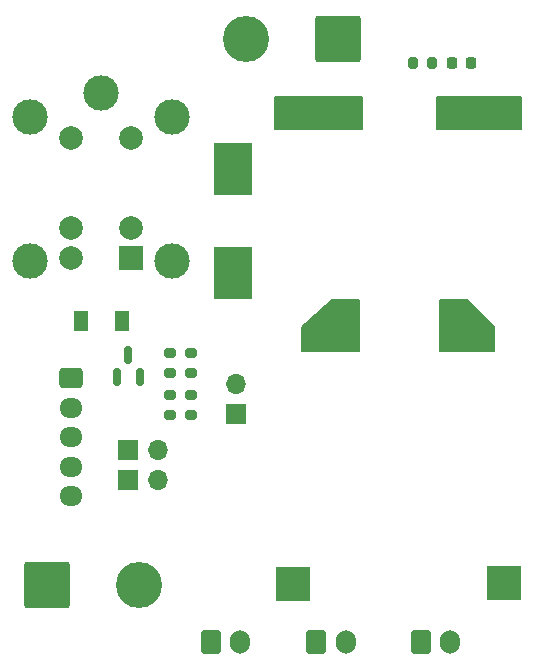
<source format=gbr>
%TF.GenerationSoftware,KiCad,Pcbnew,(6.0.9)*%
%TF.CreationDate,2023-01-11T14:50:55+09:00*%
%TF.ProjectId,rasp_power_module,72617370-5f70-46f7-9765-725f6d6f6475,rev?*%
%TF.SameCoordinates,PX74079d0PY6f2f610*%
%TF.FileFunction,Soldermask,Top*%
%TF.FilePolarity,Negative*%
%FSLAX46Y46*%
G04 Gerber Fmt 4.6, Leading zero omitted, Abs format (unit mm)*
G04 Created by KiCad (PCBNEW (6.0.9)) date 2023-01-11 14:50:55*
%MOMM*%
%LPD*%
G01*
G04 APERTURE LIST*
G04 Aperture macros list*
%AMRoundRect*
0 Rectangle with rounded corners*
0 $1 Rounding radius*
0 $2 $3 $4 $5 $6 $7 $8 $9 X,Y pos of 4 corners*
0 Add a 4 corners polygon primitive as box body*
4,1,4,$2,$3,$4,$5,$6,$7,$8,$9,$2,$3,0*
0 Add four circle primitives for the rounded corners*
1,1,$1+$1,$2,$3*
1,1,$1+$1,$4,$5*
1,1,$1+$1,$6,$7*
1,1,$1+$1,$8,$9*
0 Add four rect primitives between the rounded corners*
20,1,$1+$1,$2,$3,$4,$5,0*
20,1,$1+$1,$4,$5,$6,$7,0*
20,1,$1+$1,$6,$7,$8,$9,0*
20,1,$1+$1,$8,$9,$2,$3,0*%
G04 Aperture macros list end*
%ADD10C,0.200000*%
%ADD11C,0.150000*%
%ADD12C,1.524000*%
%ADD13RoundRect,0.200000X-0.275000X0.200000X-0.275000X-0.200000X0.275000X-0.200000X0.275000X0.200000X0*%
%ADD14R,3.000000X3.000000*%
%ADD15R,1.700000X1.700000*%
%ADD16O,1.700000X1.700000*%
%ADD17RoundRect,0.250002X-1.699998X-1.699998X1.699998X-1.699998X1.699998X1.699998X-1.699998X1.699998X0*%
%ADD18C,3.900000*%
%ADD19R,3.300000X4.500000*%
%ADD20R,2.000000X2.000000*%
%ADD21C,2.000000*%
%ADD22RoundRect,0.250000X-0.600000X-0.750000X0.600000X-0.750000X0.600000X0.750000X-0.600000X0.750000X0*%
%ADD23O,1.700000X2.000000*%
%ADD24RoundRect,0.200000X-0.200000X-0.275000X0.200000X-0.275000X0.200000X0.275000X-0.200000X0.275000X0*%
%ADD25RoundRect,0.218750X-0.218750X-0.256250X0.218750X-0.256250X0.218750X0.256250X-0.218750X0.256250X0*%
%ADD26RoundRect,0.250002X1.699998X1.699998X-1.699998X1.699998X-1.699998X-1.699998X1.699998X-1.699998X0*%
%ADD27RoundRect,0.150000X0.150000X-0.587500X0.150000X0.587500X-0.150000X0.587500X-0.150000X-0.587500X0*%
%ADD28C,3.000000*%
%ADD29R,1.300000X1.700000*%
%ADD30RoundRect,0.250000X-0.725000X0.600000X-0.725000X-0.600000X0.725000X-0.600000X0.725000X0.600000X0*%
%ADD31O,1.950000X1.700000*%
G04 APERTURE END LIST*
D10*
G36*
X29972000Y28702000D02*
G01*
X25146000Y28702000D01*
X25146000Y30734000D01*
X27686000Y33020000D01*
X29972000Y33020000D01*
X29972000Y28702000D01*
G37*
X29972000Y28702000D02*
X25146000Y28702000D01*
X25146000Y30734000D01*
X27686000Y33020000D01*
X29972000Y33020000D01*
X29972000Y28702000D01*
X36576000Y50191178D02*
X43688000Y50191178D01*
X43688000Y50191178D02*
X43688000Y47498000D01*
X43688000Y47498000D02*
X36576000Y47498000D01*
X36576000Y47498000D02*
X36576000Y50191178D01*
G36*
X36576000Y50191178D02*
G01*
X43688000Y50191178D01*
X43688000Y47498000D01*
X36576000Y47498000D01*
X36576000Y50191178D01*
G37*
D11*
X22860000Y50200577D02*
X30226000Y50200577D01*
X30226000Y50200577D02*
X30226000Y47498000D01*
X30226000Y47498000D02*
X22860000Y47498000D01*
X22860000Y47498000D02*
X22860000Y50200577D01*
G36*
X22860000Y50200577D02*
G01*
X30226000Y50200577D01*
X30226000Y47498000D01*
X22860000Y47498000D01*
X22860000Y50200577D01*
G37*
G36*
X41402000Y30734000D02*
G01*
X41402000Y28702000D01*
X36830000Y28702000D01*
X36830000Y33020000D01*
X39116000Y33020000D01*
X41402000Y30734000D01*
G37*
X41402000Y30734000D02*
X41402000Y28702000D01*
X36830000Y28702000D01*
X36830000Y33020000D01*
X39116000Y33020000D01*
X41402000Y30734000D01*
D12*
%TO.C,DCDC1*%
X40386000Y48768000D03*
X37846000Y48768000D03*
X28956000Y48768000D03*
X26399000Y48820000D03*
X40386000Y29718000D03*
X38100000Y29718000D03*
X28702000Y29770000D03*
X26374000Y29745000D03*
%TD*%
D13*
%TO.C,R1*%
X15748000Y28511000D03*
X15748000Y26861000D03*
%TD*%
D14*
%TO.C,DCDC2*%
X42201728Y48886917D03*
X24348890Y48878188D03*
X42196444Y9038827D03*
X24358217Y9029265D03*
%TD*%
D15*
%TO.C,JP1*%
X10414000Y20320000D03*
D16*
X12954000Y20320000D03*
%TD*%
D13*
%TO.C,R4*%
X15748000Y24955000D03*
X15748000Y23305000D03*
%TD*%
D17*
%TO.C,J5*%
X3556000Y8890000D03*
D18*
X11356000Y8890000D03*
%TD*%
D19*
%TO.C,D2*%
X19304000Y44151000D03*
X19304000Y35351000D03*
%TD*%
D13*
%TO.C,R2*%
X13970000Y28511000D03*
X13970000Y26861000D03*
%TD*%
D15*
%TO.C,J3*%
X19558000Y23368000D03*
D16*
X19558000Y25908000D03*
%TD*%
D20*
%TO.C,K1*%
X10668000Y36576000D03*
D21*
X10668000Y39116000D03*
X10668000Y46736000D03*
X5588000Y46736000D03*
X5588000Y39116000D03*
X5588000Y36576000D03*
%TD*%
D22*
%TO.C,J7*%
X17399000Y4064000D03*
D23*
X19899000Y4064000D03*
%TD*%
D24*
%TO.C,R5*%
X34481000Y53086000D03*
X36131000Y53086000D03*
%TD*%
D25*
%TO.C,D3*%
X37820500Y53086000D03*
X39395500Y53086000D03*
%TD*%
D26*
%TO.C,J1*%
X28194000Y55118000D03*
D18*
X20394000Y55118000D03*
%TD*%
D22*
%TO.C,J9*%
X35179000Y4064000D03*
D23*
X37679000Y4064000D03*
%TD*%
D22*
%TO.C,J8*%
X26309000Y4064000D03*
D23*
X28809000Y4064000D03*
%TD*%
D27*
%TO.C,Q1*%
X9464000Y26494500D03*
X11364000Y26494500D03*
X10414000Y28369500D03*
%TD*%
D15*
%TO.C,JP2*%
X10414000Y17780000D03*
D16*
X12954000Y17780000D03*
%TD*%
D28*
%TO.C,K2*%
X8128000Y50546000D03*
X14128000Y36346000D03*
X2128000Y36346000D03*
X2128000Y48546000D03*
X14128000Y48546000D03*
%TD*%
D29*
%TO.C,D1*%
X9878000Y31242000D03*
X6378000Y31242000D03*
%TD*%
D30*
%TO.C,J2*%
X5588000Y26416000D03*
D31*
X5588000Y23916000D03*
X5588000Y21416000D03*
X5588000Y18916000D03*
X5588000Y16416000D03*
%TD*%
D13*
%TO.C,R3*%
X13970000Y24955000D03*
X13970000Y23305000D03*
%TD*%
M02*

</source>
